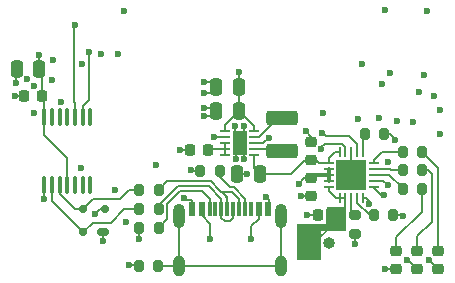
<source format=gbr>
%TF.GenerationSoftware,KiCad,Pcbnew,9.0.0*%
%TF.CreationDate,2025-06-13T20:30:42+03:00*%
%TF.ProjectId,BLE_sensors,424c455f-7365-46e7-936f-72732e6b6963,rev?*%
%TF.SameCoordinates,Original*%
%TF.FileFunction,Copper,L4,Bot*%
%TF.FilePolarity,Positive*%
%FSLAX46Y46*%
G04 Gerber Fmt 4.6, Leading zero omitted, Abs format (unit mm)*
G04 Created by KiCad (PCBNEW 9.0.0) date 2025-06-13 20:30:42*
%MOMM*%
%LPD*%
G01*
G04 APERTURE LIST*
G04 Aperture macros list*
%AMRoundRect*
0 Rectangle with rounded corners*
0 $1 Rounding radius*
0 $2 $3 $4 $5 $6 $7 $8 $9 X,Y pos of 4 corners*
0 Add a 4 corners polygon primitive as box body*
4,1,4,$2,$3,$4,$5,$6,$7,$8,$9,$2,$3,0*
0 Add four circle primitives for the rounded corners*
1,1,$1+$1,$2,$3*
1,1,$1+$1,$4,$5*
1,1,$1+$1,$6,$7*
1,1,$1+$1,$8,$9*
0 Add four rect primitives between the rounded corners*
20,1,$1+$1,$2,$3,$4,$5,0*
20,1,$1+$1,$4,$5,$6,$7,0*
20,1,$1+$1,$6,$7,$8,$9,0*
20,1,$1+$1,$8,$9,$2,$3,0*%
G04 Aperture macros list end*
%TA.AperFunction,ComponentPad*%
%ADD10R,1.000000X1.000000*%
%TD*%
%TA.AperFunction,ComponentPad*%
%ADD11O,1.000000X1.000000*%
%TD*%
%TA.AperFunction,SMDPad,CuDef*%
%ADD12RoundRect,0.218750X-0.256250X0.218750X-0.256250X-0.218750X0.256250X-0.218750X0.256250X0.218750X0*%
%TD*%
%TA.AperFunction,SMDPad,CuDef*%
%ADD13RoundRect,0.200000X0.200000X0.275000X-0.200000X0.275000X-0.200000X-0.275000X0.200000X-0.275000X0*%
%TD*%
%TA.AperFunction,SMDPad,CuDef*%
%ADD14RoundRect,0.225000X0.225000X0.250000X-0.225000X0.250000X-0.225000X-0.250000X0.225000X-0.250000X0*%
%TD*%
%TA.AperFunction,SMDPad,CuDef*%
%ADD15RoundRect,0.200000X-0.200000X-0.275000X0.200000X-0.275000X0.200000X0.275000X-0.200000X0.275000X0*%
%TD*%
%TA.AperFunction,SMDPad,CuDef*%
%ADD16RoundRect,0.250000X1.075000X-0.375000X1.075000X0.375000X-1.075000X0.375000X-1.075000X-0.375000X0*%
%TD*%
%TA.AperFunction,SMDPad,CuDef*%
%ADD17R,0.600000X1.240000*%
%TD*%
%TA.AperFunction,SMDPad,CuDef*%
%ADD18R,0.300000X1.240000*%
%TD*%
%TA.AperFunction,HeatsinkPad*%
%ADD19O,1.000000X1.800000*%
%TD*%
%TA.AperFunction,HeatsinkPad*%
%ADD20O,1.000000X2.100000*%
%TD*%
%TA.AperFunction,SMDPad,CuDef*%
%ADD21RoundRect,0.225000X-0.250000X0.225000X-0.250000X-0.225000X0.250000X-0.225000X0.250000X0.225000X0*%
%TD*%
%TA.AperFunction,SMDPad,CuDef*%
%ADD22RoundRect,0.100000X-0.100000X0.637500X-0.100000X-0.637500X0.100000X-0.637500X0.100000X0.637500X0*%
%TD*%
%TA.AperFunction,SMDPad,CuDef*%
%ADD23RoundRect,0.200000X-0.275000X0.200000X-0.275000X-0.200000X0.275000X-0.200000X0.275000X0.200000X0*%
%TD*%
%TA.AperFunction,SMDPad,CuDef*%
%ADD24RoundRect,0.062500X-0.062500X0.350000X-0.062500X-0.350000X0.062500X-0.350000X0.062500X0.350000X0*%
%TD*%
%TA.AperFunction,SMDPad,CuDef*%
%ADD25RoundRect,0.062500X-0.350000X0.062500X-0.350000X-0.062500X0.350000X-0.062500X0.350000X0.062500X0*%
%TD*%
%TA.AperFunction,HeatsinkPad*%
%ADD26R,2.500000X2.500000*%
%TD*%
%TA.AperFunction,SMDPad,CuDef*%
%ADD27RoundRect,0.250000X0.250000X0.475000X-0.250000X0.475000X-0.250000X-0.475000X0.250000X-0.475000X0*%
%TD*%
%TA.AperFunction,SMDPad,CuDef*%
%ADD28RoundRect,0.225000X0.250000X-0.225000X0.250000X0.225000X-0.250000X0.225000X-0.250000X-0.225000X0*%
%TD*%
%TA.AperFunction,SMDPad,CuDef*%
%ADD29RoundRect,0.175000X0.325000X-0.175000X0.325000X0.175000X-0.325000X0.175000X-0.325000X-0.175000X0*%
%TD*%
%TA.AperFunction,SMDPad,CuDef*%
%ADD30RoundRect,0.150000X0.150000X-0.200000X0.150000X0.200000X-0.150000X0.200000X-0.150000X-0.200000X0*%
%TD*%
%TA.AperFunction,SMDPad,CuDef*%
%ADD31RoundRect,0.062500X0.350000X0.062500X-0.350000X0.062500X-0.350000X-0.062500X0.350000X-0.062500X0*%
%TD*%
%TA.AperFunction,HeatsinkPad*%
%ADD32R,1.200000X2.000000*%
%TD*%
%TA.AperFunction,ViaPad*%
%ADD33C,0.600000*%
%TD*%
%TA.AperFunction,Conductor*%
%ADD34C,0.200000*%
%TD*%
%TA.AperFunction,Conductor*%
%ADD35C,0.300000*%
%TD*%
G04 APERTURE END LIST*
D10*
%TO.P,J2,1,Pin_1*%
%TO.N,+V_bat*%
X147580000Y-89050000D03*
D11*
%TO.P,J2,2,Pin_2*%
%TO.N,GND*%
X148850000Y-89050000D03*
%TD*%
D12*
%TO.P,D2,1,K*%
%TO.N,Net-(D2-K)*%
X156270000Y-89665000D03*
%TO.P,D2,2,A*%
%TO.N,+5V*%
X156270000Y-91240000D03*
%TD*%
D13*
%TO.P,R9,1*%
%TO.N,Net-(J3-D--PadA7)*%
X134395000Y-84520000D03*
%TO.P,R9,2*%
%TO.N,/usb-c/Protected_D-*%
X132745000Y-84520000D03*
%TD*%
D12*
%TO.P,D1,1,K*%
%TO.N,Net-(D1-K)*%
X154470000Y-89665000D03*
%TO.P,D1,2,A*%
%TO.N,+5V*%
X154470000Y-91240000D03*
%TD*%
D14*
%TO.P,C11,1*%
%TO.N,Net-(U3-EN)*%
X138590000Y-81160000D03*
%TO.P,C11,2*%
%TO.N,GND*%
X137040000Y-81160000D03*
%TD*%
D15*
%TO.P,R13,1*%
%TO.N,GND*%
X132715000Y-90960000D03*
%TO.P,R13,2*%
%TO.N,Net-(J3-SHIELD)*%
X134365000Y-90960000D03*
%TD*%
%TO.P,R11,1*%
%TO.N,GND*%
X132745000Y-87720000D03*
%TO.P,R11,2*%
%TO.N,Net-(J3-CC2)*%
X134395000Y-87720000D03*
%TD*%
D16*
%TO.P,L1,1*%
%TO.N,Net-(U3-L1)*%
X144870000Y-81230000D03*
%TO.P,L1,2*%
%TO.N,Net-(U3-L2)*%
X144870000Y-78430000D03*
%TD*%
D14*
%TO.P,C7,1*%
%TO.N,+V_bat*%
X149415000Y-86680000D03*
%TO.P,C7,2*%
%TO.N,GND*%
X147865000Y-86680000D03*
%TD*%
D15*
%TO.P,R6,1*%
%TO.N,Net-(U5-STAT2)*%
X155065000Y-82890000D03*
%TO.P,R6,2*%
%TO.N,Net-(D2-K)*%
X156715000Y-82890000D03*
%TD*%
%TO.P,R5,1*%
%TO.N,Net-(U5-STAT1{slash}~{LBO})*%
X155055000Y-84440000D03*
%TO.P,R5,2*%
%TO.N,Net-(D1-K)*%
X156705000Y-84440000D03*
%TD*%
D17*
%TO.P,J3,A1,GND*%
%TO.N,GND*%
X143662000Y-86145000D03*
%TO.P,J3,A4,VBUS*%
%TO.N,+5V*%
X142862000Y-86145000D03*
D18*
%TO.P,J3,A5,CC1*%
%TO.N,Net-(J3-CC1)*%
X141712000Y-86145000D03*
%TO.P,J3,A6,D+*%
%TO.N,Net-(J3-D+-PadA6)*%
X140712000Y-86145000D03*
%TO.P,J3,A7,D-*%
%TO.N,Net-(J3-D--PadA7)*%
X140212000Y-86145000D03*
%TO.P,J3,A8,SBU1*%
%TO.N,unconnected-(J3-SBU1-PadA8)*%
X139212000Y-86145000D03*
D17*
%TO.P,J3,A9,VBUS*%
%TO.N,+5V*%
X138062000Y-86145000D03*
%TO.P,J3,A12,GND*%
%TO.N,GND*%
X137262000Y-86145000D03*
%TO.P,J3,B1,GND*%
X137262000Y-86145000D03*
%TO.P,J3,B4,VBUS*%
%TO.N,+5V*%
X138062000Y-86145000D03*
D18*
%TO.P,J3,B5,CC2*%
%TO.N,Net-(J3-CC2)*%
X138712000Y-86145000D03*
%TO.P,J3,B6,D+*%
%TO.N,Net-(J3-D+-PadA6)*%
X139712000Y-86145000D03*
%TO.P,J3,B7,D-*%
%TO.N,Net-(J3-D--PadA7)*%
X141212000Y-86145000D03*
%TO.P,J3,B8,SBU2*%
%TO.N,unconnected-(J3-SBU2-PadB8)*%
X142212000Y-86145000D03*
D17*
%TO.P,J3,B9,VBUS*%
%TO.N,+5V*%
X142862000Y-86145000D03*
%TO.P,J3,B12,GND*%
%TO.N,GND*%
X143662000Y-86145000D03*
D19*
%TO.P,J3,S1,SHIELD*%
%TO.N,Net-(J3-SHIELD)*%
X144782000Y-90945000D03*
D20*
X144782000Y-86745000D03*
D19*
X136142000Y-90945000D03*
D20*
X136142000Y-86745000D03*
%TD*%
D13*
%TO.P,R8,1*%
%TO.N,Net-(J3-D+-PadA6)*%
X134395000Y-86170000D03*
%TO.P,R8,2*%
%TO.N,/usb-c/Protected_D+*%
X132745000Y-86170000D03*
%TD*%
D21*
%TO.P,C9,1*%
%TO.N,+5V*%
X147295000Y-83525000D03*
%TO.P,C9,2*%
%TO.N,GND*%
X147295000Y-85075000D03*
%TD*%
D12*
%TO.P,D3,1,K*%
%TO.N,Net-(D3-K)*%
X158080000Y-89685000D03*
%TO.P,D3,2,A*%
%TO.N,+5V*%
X158080000Y-91260000D03*
%TD*%
D22*
%TO.P,U7,1,VDD*%
%TO.N,+3V3*%
X124730000Y-78387500D03*
%TO.P,U7,2,GP0*%
%TO.N,unconnected-(U7-GP0-Pad2)*%
X125380000Y-78387500D03*
%TO.P,U7,3,GP1*%
%TO.N,unconnected-(U7-GP1-Pad3)*%
X126030000Y-78387500D03*
%TO.P,U7,4,~{RST}*%
%TO.N,unconnected-(U7-~{RST}-Pad4)*%
X126680000Y-78387500D03*
%TO.P,U7,5,URx*%
%TO.N,Net-(U7-URx)*%
X127330000Y-78387500D03*
%TO.P,U7,6,UTx*%
%TO.N,Net-(U7-UTx)*%
X127980000Y-78387500D03*
%TO.P,U7,7,GP2*%
%TO.N,unconnected-(U7-GP2-Pad7)*%
X128630000Y-78387500D03*
%TO.P,U7,8,GP3*%
%TO.N,unconnected-(U7-GP3-Pad8)*%
X128630000Y-84112500D03*
%TO.P,U7,9,SDA*%
%TO.N,unconnected-(U7-SDA-Pad9)*%
X127980000Y-84112500D03*
%TO.P,U7,10,SCL*%
%TO.N,unconnected-(U7-SCL-Pad10)*%
X127330000Y-84112500D03*
%TO.P,U7,11,VUSB*%
%TO.N,+3V3*%
X126680000Y-84112500D03*
%TO.P,U7,12,D-*%
%TO.N,/usb-c/Protected_D-*%
X126030000Y-84112500D03*
%TO.P,U7,13,D+*%
%TO.N,/usb-c/Protected_D+*%
X125380000Y-84112500D03*
%TO.P,U7,14,VSS*%
%TO.N,GND*%
X124730000Y-84112500D03*
%TD*%
D15*
%TO.P,TH1,1*%
%TO.N,Net-(U5-THERM)*%
X151840000Y-79820000D03*
%TO.P,TH1,2*%
%TO.N,GND*%
X153490000Y-79820000D03*
%TD*%
D23*
%TO.P,R3,1*%
%TO.N,Net-(U5-PROG1)*%
X150990000Y-86645000D03*
%TO.P,R3,2*%
%TO.N,GND*%
X150990000Y-88295000D03*
%TD*%
D24*
%TO.P,U5,1,OUT*%
%TO.N,/PWR_SUPPLY/Buck-Boost/Vin*%
X149725000Y-81320000D03*
%TO.P,U5,2,VPCC*%
%TO.N,+5V*%
X150225000Y-81320000D03*
%TO.P,U5,3,SEL*%
%TO.N,GND*%
X150725000Y-81320000D03*
%TO.P,U5,4,PROG2*%
%TO.N,+5V*%
X151225000Y-81320000D03*
%TO.P,U5,5,THERM*%
%TO.N,Net-(U5-THERM)*%
X151725000Y-81320000D03*
D25*
%TO.P,U5,6,~{PG}*%
%TO.N,Net-(U5-~{PG})*%
X152662500Y-82257500D03*
%TO.P,U5,7,STAT2*%
%TO.N,Net-(U5-STAT2)*%
X152662500Y-82757500D03*
%TO.P,U5,8,STAT1/~{LBO}*%
%TO.N,Net-(U5-STAT1{slash}~{LBO})*%
X152662500Y-83257500D03*
%TO.P,U5,9,~{TE}*%
%TO.N,+5V*%
X152662500Y-83757500D03*
%TO.P,U5,10,V_{SS}*%
%TO.N,GND*%
X152662500Y-84257500D03*
D24*
%TO.P,U5,11,V_{SS}*%
X151725000Y-85195000D03*
%TO.P,U5,12,PROG3*%
%TO.N,Net-(U5-PROG3)*%
X151225000Y-85195000D03*
%TO.P,U5,13,PROG1*%
%TO.N,Net-(U5-PROG1)*%
X150725000Y-85195000D03*
%TO.P,U5,14,V_{BAT}*%
%TO.N,+V_bat*%
X150225000Y-85195000D03*
%TO.P,U5,15,V_{BAT}*%
X149725000Y-85195000D03*
D25*
%TO.P,U5,16,V_{BAT_SENSE}*%
X148787500Y-84257500D03*
%TO.P,U5,17,CE*%
%TO.N,+5V*%
X148787500Y-83757500D03*
%TO.P,U5,18,IN*%
X148787500Y-83257500D03*
%TO.P,U5,19,IN*%
X148787500Y-82757500D03*
%TO.P,U5,20,OUT*%
%TO.N,/PWR_SUPPLY/Buck-Boost/Vin*%
X148787500Y-82257500D03*
D26*
%TO.P,U5,21,V_{SS}*%
%TO.N,GND*%
X150725000Y-83257500D03*
%TD*%
D27*
%TO.P,C17,1*%
%TO.N,+3V3*%
X124290000Y-74330000D03*
%TO.P,C17,2*%
%TO.N,GND*%
X122390000Y-74330000D03*
%TD*%
%TO.P,C12,1*%
%TO.N,+3V3*%
X141190000Y-77860000D03*
%TO.P,C12,2*%
%TO.N,GND*%
X139290000Y-77860000D03*
%TD*%
D15*
%TO.P,R7,1*%
%TO.N,Net-(U5-~{PG})*%
X155065000Y-81290000D03*
%TO.P,R7,2*%
%TO.N,Net-(D3-K)*%
X156715000Y-81290000D03*
%TD*%
D27*
%TO.P,C13,1*%
%TO.N,+3V3*%
X141180000Y-75800000D03*
%TO.P,C13,2*%
%TO.N,GND*%
X139280000Y-75800000D03*
%TD*%
D14*
%TO.P,C16,1*%
%TO.N,+3V3*%
X124555000Y-76580000D03*
%TO.P,C16,2*%
%TO.N,GND*%
X123005000Y-76580000D03*
%TD*%
D28*
%TO.P,C8,1*%
%TO.N,/PWR_SUPPLY/Buck-Boost/Vin*%
X147300000Y-81995000D03*
%TO.P,C8,2*%
%TO.N,GND*%
X147300000Y-80445000D03*
%TD*%
D29*
%TO.P,D4,1,GND*%
%TO.N,GND*%
X129700000Y-88130000D03*
D30*
%TO.P,D4,2,I/O1*%
%TO.N,/usb-c/Protected_D+*%
X128000000Y-88130000D03*
%TO.P,D4,3,I/O2*%
%TO.N,/usb-c/Protected_D-*%
X128000000Y-86130000D03*
%TO.P,D4,4,VCC*%
%TO.N,+3V3*%
X129900000Y-86130000D03*
%TD*%
D31*
%TO.P,U3,1,VOUT*%
%TO.N,+3V3*%
X142470000Y-79580000D03*
%TO.P,U3,2,L2*%
%TO.N,Net-(U3-L2)*%
X142470000Y-80080000D03*
%TO.P,U3,3,PGND*%
%TO.N,GND*%
X142470000Y-80580000D03*
%TO.P,U3,4,L1*%
%TO.N,Net-(U3-L1)*%
X142470000Y-81080000D03*
%TO.P,U3,5,VIN*%
%TO.N,/PWR_SUPPLY/Buck-Boost/Vin*%
X142470000Y-81580000D03*
%TO.P,U3,6,EN*%
%TO.N,Net-(U3-EN)*%
X140045000Y-81580000D03*
%TO.P,U3,7,PS/SYNC*%
X140045000Y-81080000D03*
%TO.P,U3,8,VINA*%
X140045000Y-80580000D03*
%TO.P,U3,9,GND*%
%TO.N,GND*%
X140045000Y-80080000D03*
%TO.P,U3,10,FB*%
%TO.N,+3V3*%
X140045000Y-79580000D03*
D32*
%TO.P,U3,11,PGND*%
%TO.N,GND*%
X141257500Y-80580000D03*
%TD*%
D15*
%TO.P,R4,1*%
%TO.N,Net-(U5-PROG3)*%
X152625000Y-86660000D03*
%TO.P,R4,2*%
%TO.N,GND*%
X154275000Y-86660000D03*
%TD*%
D27*
%TO.P,C10,1*%
%TO.N,/PWR_SUPPLY/Buck-Boost/Vin*%
X142970000Y-83160000D03*
%TO.P,C10,2*%
%TO.N,GND*%
X141070000Y-83160000D03*
%TD*%
D15*
%TO.P,R12,1*%
%TO.N,GND*%
X137915000Y-82930000D03*
%TO.P,R12,2*%
%TO.N,Net-(J3-CC1)*%
X139565000Y-82930000D03*
%TD*%
D33*
%TO.N,GND*%
X155070000Y-86720000D03*
X155930000Y-78770000D03*
X125390000Y-75240000D03*
X153070000Y-78430000D03*
X131680000Y-87270000D03*
X123860000Y-78010000D03*
X138260000Y-76320000D03*
X153800000Y-82157500D03*
X143460000Y-85110000D03*
X124660000Y-85340000D03*
X138260000Y-75360000D03*
X131450000Y-69350000D03*
X141920000Y-83200000D03*
X127860000Y-82650000D03*
X152247282Y-85706641D03*
X123240000Y-75140000D03*
X151310000Y-78530000D03*
X143720170Y-80107527D03*
X146420000Y-85060000D03*
X154000000Y-74600000D03*
X139060000Y-80060000D03*
X126100000Y-77100000D03*
X127890000Y-73910000D03*
X153460000Y-84930000D03*
X137130000Y-82880000D03*
X146840000Y-79580000D03*
X138230000Y-78270000D03*
X134190000Y-82430000D03*
X151480000Y-82440000D03*
X141610000Y-81940000D03*
X146960000Y-86700000D03*
X122350000Y-75470000D03*
X141600000Y-79140000D03*
X131920000Y-90900000D03*
X132745000Y-88655000D03*
X136210000Y-81180000D03*
X140900000Y-79160000D03*
X151470000Y-83990000D03*
X158200000Y-79780000D03*
X138220000Y-77560000D03*
X153550000Y-69330000D03*
X154560000Y-78660000D03*
X151470000Y-83210000D03*
X136530000Y-85260000D03*
X150990000Y-89120000D03*
X156450000Y-76230000D03*
X140970000Y-81920000D03*
X154400000Y-80320000D03*
X122220000Y-76580000D03*
X129700000Y-88900000D03*
%TO.N,/nRESET*%
X156900000Y-74800000D03*
X148310000Y-78000000D03*
%TO.N,+5V*%
X155470000Y-90500000D03*
X142250000Y-88650000D03*
X148160000Y-81080000D03*
X157260000Y-90460000D03*
X153600000Y-91200000D03*
X138750000Y-88650000D03*
X146250000Y-84000000D03*
X153840000Y-84140000D03*
X148250000Y-79680000D03*
%TO.N,+3V3*%
X151600000Y-73900000D03*
X130740000Y-84580000D03*
X157700000Y-76600000D03*
X125500000Y-73500000D03*
X153320000Y-75550000D03*
X157120000Y-69360000D03*
X123830000Y-75750000D03*
X129000000Y-86600000D03*
X158250000Y-77780000D03*
X141180000Y-74550000D03*
X130989758Y-73045000D03*
X129487588Y-73036296D03*
X124290000Y-73150000D03*
%TO.N,Net-(U7-URx)*%
X127330000Y-70550000D03*
%TO.N,Net-(U7-UTx)*%
X128490000Y-72820000D03*
%TD*%
D34*
%TO.N,GND*%
X139060000Y-80060000D02*
X140025000Y-80060000D01*
X138260000Y-75360000D02*
X138840000Y-75360000D01*
X146435000Y-85075000D02*
X146420000Y-85060000D01*
X136620000Y-85350000D02*
X137190000Y-85350000D01*
X129700000Y-88900000D02*
X129700000Y-88130000D01*
X138220000Y-77560000D02*
X138990000Y-77560000D01*
X150725000Y-83257500D02*
X150767500Y-83257500D01*
X141880000Y-83160000D02*
X141920000Y-83200000D01*
X143247697Y-80580000D02*
X142470000Y-80580000D01*
X143720170Y-80107527D02*
X143247697Y-80580000D01*
X138880000Y-78270000D02*
X139290000Y-77860000D01*
X153460000Y-84930000D02*
X153190000Y-84930000D01*
X152247282Y-85706641D02*
X152247282Y-85482282D01*
X153190000Y-84930000D02*
X152662500Y-84402500D01*
X154275000Y-86660000D02*
X155010000Y-86660000D01*
X141600000Y-79140000D02*
X141600000Y-80237500D01*
X143730000Y-86077000D02*
X143662000Y-86145000D01*
X150725000Y-81320000D02*
X150725000Y-83257500D01*
X138230000Y-78270000D02*
X138880000Y-78270000D01*
X124660000Y-85340000D02*
X124660000Y-84182500D01*
X147865000Y-86680000D02*
X146980000Y-86680000D01*
X152247282Y-85482282D02*
X151960000Y-85195000D01*
X138760000Y-76320000D02*
X139280000Y-75800000D01*
X147300000Y-80040000D02*
X147300000Y-80445000D01*
X143730000Y-85380000D02*
X143730000Y-86077000D01*
X147295000Y-85075000D02*
X146435000Y-85075000D01*
X140025000Y-80060000D02*
X140045000Y-80080000D01*
X154400000Y-80320000D02*
X154400000Y-80230000D01*
X137262000Y-85422000D02*
X137262000Y-86145000D01*
X141600000Y-80237500D02*
X141257500Y-80580000D01*
X132745000Y-88655000D02*
X132745000Y-87720000D01*
X137180000Y-82930000D02*
X137130000Y-82880000D01*
X137020000Y-81180000D02*
X137040000Y-81160000D01*
X143460000Y-85110000D02*
X143730000Y-85380000D01*
X154400000Y-80230000D02*
X153990000Y-79820000D01*
X124660000Y-84182500D02*
X124730000Y-84112500D01*
X140970000Y-80867500D02*
X141257500Y-80580000D01*
X153990000Y-79820000D02*
X153490000Y-79820000D01*
X146980000Y-86680000D02*
X146960000Y-86700000D01*
X132655000Y-90900000D02*
X132715000Y-90960000D01*
X141610000Y-81940000D02*
X141610000Y-80932500D01*
X122350000Y-75470000D02*
X122350000Y-74370000D01*
X138840000Y-75360000D02*
X139280000Y-75800000D01*
X138990000Y-77560000D02*
X139290000Y-77860000D01*
X152662500Y-84402500D02*
X152662500Y-84257500D01*
X146840000Y-79580000D02*
X147300000Y-80040000D01*
X141070000Y-83160000D02*
X141880000Y-83160000D01*
X131920000Y-90900000D02*
X132655000Y-90900000D01*
X141610000Y-80932500D02*
X141257500Y-80580000D01*
X151960000Y-85195000D02*
X151725000Y-85195000D01*
X122220000Y-76580000D02*
X123005000Y-76580000D01*
X138260000Y-76320000D02*
X138760000Y-76320000D01*
X137190000Y-85350000D02*
X137262000Y-85422000D01*
X136530000Y-85260000D02*
X136620000Y-85350000D01*
X137915000Y-82930000D02*
X137180000Y-82930000D01*
X140970000Y-81920000D02*
X140970000Y-80867500D01*
X150990000Y-88295000D02*
X150990000Y-89120000D01*
X140900000Y-79160000D02*
X140900000Y-80222500D01*
X140900000Y-80222500D02*
X141257500Y-80580000D01*
X155010000Y-86660000D02*
X155070000Y-86720000D01*
X136210000Y-81180000D02*
X137020000Y-81180000D01*
%TO.N,/usb-c/Protected_D-*%
X128850000Y-85280000D02*
X128000000Y-86130000D01*
X131930000Y-84520000D02*
X131170000Y-85280000D01*
X126030000Y-84849999D02*
X127310001Y-86130000D01*
X131170000Y-85280000D02*
X128850000Y-85280000D01*
X127310001Y-86130000D02*
X128000000Y-86130000D01*
X126030000Y-84112500D02*
X126030000Y-84849999D01*
X132745000Y-84520000D02*
X131930000Y-84520000D01*
%TO.N,/usb-c/Protected_D+*%
X128830000Y-87300000D02*
X128000000Y-88130000D01*
X125380000Y-84112500D02*
X125380000Y-85510000D01*
X130330000Y-87300000D02*
X128830000Y-87300000D01*
X132745000Y-86170000D02*
X131460000Y-86170000D01*
X131460000Y-86170000D02*
X130330000Y-87300000D01*
X125380000Y-84112500D02*
X125305000Y-84187500D01*
X125380000Y-85510000D02*
X128000000Y-88130000D01*
%TO.N,+V_bat*%
X149415000Y-86680000D02*
X149490000Y-86680000D01*
X147580000Y-89050000D02*
X149415000Y-87215000D01*
X150225000Y-85195000D02*
X149725000Y-85195000D01*
X150225000Y-85945000D02*
X150225000Y-85195000D01*
X148787500Y-84597500D02*
X149385000Y-85195000D01*
X149725000Y-85195000D02*
X149385000Y-85195000D01*
X149490000Y-86680000D02*
X150225000Y-85945000D01*
X149415000Y-87215000D02*
X149415000Y-86680000D01*
X148787500Y-84257500D02*
X148787500Y-84597500D01*
%TO.N,/PWR_SUPPLY/Buck-Boost/Vin*%
X147982500Y-82257500D02*
X148787500Y-82257500D01*
X149320000Y-81320000D02*
X149725000Y-81320000D01*
X147300000Y-81995000D02*
X146815000Y-81995000D01*
X142470000Y-82660000D02*
X142970000Y-83160000D01*
X146815000Y-81995000D02*
X145650000Y-83160000D01*
X147695000Y-81995000D02*
X147970000Y-82270000D01*
X147300000Y-81995000D02*
X147695000Y-81995000D01*
X145650000Y-83160000D02*
X142970000Y-83160000D01*
X147970000Y-82270000D02*
X147982500Y-82257500D01*
X148787500Y-81852500D02*
X149320000Y-81320000D01*
X148787500Y-82257500D02*
X148787500Y-81852500D01*
X142470000Y-81580000D02*
X142470000Y-82660000D01*
D35*
%TO.N,+5V*%
X148787500Y-83757500D02*
X148787500Y-83257500D01*
D34*
X150210000Y-81305000D02*
X150225000Y-81320000D01*
X155530000Y-90500000D02*
X156270000Y-91240000D01*
X155470000Y-90500000D02*
X155530000Y-90500000D01*
X151225000Y-80685000D02*
X151225000Y-81320000D01*
X138062000Y-86692000D02*
X138062000Y-86145000D01*
X148250000Y-79680000D02*
X148580000Y-80010000D01*
X142250000Y-87577000D02*
X142862000Y-86965000D01*
X142862000Y-86748000D02*
X142862000Y-86145000D01*
X138750000Y-87380000D02*
X138062000Y-86692000D01*
X153600000Y-91200000D02*
X154430000Y-91200000D01*
X148580000Y-80010000D02*
X150550000Y-80010000D01*
X146725000Y-83525000D02*
X147295000Y-83525000D01*
X142250000Y-88650000D02*
X142250000Y-87577000D01*
D35*
X148787500Y-82757500D02*
X148787500Y-83257500D01*
D34*
X153840000Y-84140000D02*
X153440000Y-83740000D01*
X149939798Y-80606500D02*
X150225000Y-80891702D01*
X157260000Y-90460000D02*
X157280000Y-90460000D01*
X150550000Y-80010000D02*
X151225000Y-80685000D01*
X152680000Y-83740000D02*
X152662500Y-83757500D01*
X148160000Y-80910000D02*
X148463500Y-80606500D01*
D35*
X148787500Y-83257500D02*
X147562500Y-83257500D01*
D34*
X138750000Y-88650000D02*
X138750000Y-87380000D01*
X157280000Y-90460000D02*
X158080000Y-91260000D01*
X150225000Y-80891702D02*
X150225000Y-81320000D01*
X148463500Y-80606500D02*
X149939798Y-80606500D01*
X148160000Y-81080000D02*
X148160000Y-80910000D01*
X146250000Y-84000000D02*
X146725000Y-83525000D01*
X154430000Y-91200000D02*
X154470000Y-91240000D01*
X142862000Y-86965000D02*
X142862000Y-86145000D01*
X153440000Y-83740000D02*
X152680000Y-83740000D01*
%TO.N,+3V3*%
X124290000Y-73150000D02*
X124290000Y-74330000D01*
X141180000Y-75800000D02*
X141180000Y-77850000D01*
X124535000Y-76557500D02*
X124730000Y-76752500D01*
X124730000Y-76752500D02*
X124730000Y-78387500D01*
X141180000Y-77850000D02*
X141190000Y-77860000D01*
X141570000Y-75410000D02*
X141180000Y-75800000D01*
X124580000Y-74820000D02*
X124535000Y-74865000D01*
X124555000Y-74595000D02*
X124290000Y-74330000D01*
X142470000Y-79140000D02*
X142470000Y-79580000D01*
X141180000Y-74550000D02*
X141180000Y-75800000D01*
X124730000Y-79860000D02*
X126680000Y-81810000D01*
X124555000Y-76580000D02*
X124555000Y-74595000D01*
X141190000Y-77860000D02*
X142470000Y-79140000D01*
X129000000Y-86600000D02*
X129470000Y-86130000D01*
X140045000Y-79005000D02*
X140045000Y-79580000D01*
X141190000Y-77860000D02*
X140045000Y-79005000D01*
X129470000Y-86130000D02*
X129900000Y-86130000D01*
X126680000Y-81810000D02*
X126680000Y-84112500D01*
X124730000Y-78387500D02*
X124730000Y-79860000D01*
%TO.N,Net-(U3-L1)*%
X144640000Y-81000000D02*
X144870000Y-81230000D01*
X142470000Y-81080000D02*
X144542500Y-81080000D01*
X144622500Y-81000000D02*
X144640000Y-81000000D01*
X144542500Y-81080000D02*
X144622500Y-81000000D01*
%TO.N,Net-(U3-EN)*%
X140045000Y-81080000D02*
X138670000Y-81080000D01*
X140045000Y-81580000D02*
X140045000Y-81080000D01*
X140045000Y-81080000D02*
X140045000Y-80580000D01*
X138670000Y-81080000D02*
X138590000Y-81160000D01*
%TO.N,Net-(U3-L2)*%
X144548298Y-78430000D02*
X144870000Y-78430000D01*
X142898298Y-80080000D02*
X144548298Y-78430000D01*
X142470000Y-80080000D02*
X142898298Y-80080000D01*
%TO.N,Net-(U5-~{PG})*%
X153340000Y-81290000D02*
X152662500Y-81967500D01*
X152662500Y-81967500D02*
X152662500Y-82257500D01*
X155065000Y-81290000D02*
X153340000Y-81290000D01*
%TO.N,Net-(U5-PROG1)*%
X150725000Y-86380000D02*
X150725000Y-85195000D01*
X150990000Y-86645000D02*
X150725000Y-86380000D01*
%TO.N,Net-(U5-STAT2)*%
X153960000Y-82757500D02*
X152662500Y-82757500D01*
X155065000Y-82890000D02*
X154092500Y-82890000D01*
X154092500Y-82890000D02*
X153960000Y-82757500D01*
%TO.N,Net-(U5-PROG3)*%
X151225000Y-85195000D02*
X151225000Y-85623298D01*
X152261702Y-86660000D02*
X152625000Y-86660000D01*
X151225000Y-85623298D02*
X152261702Y-86660000D01*
%TO.N,Net-(U5-STAT1{slash}~{LBO})*%
X153897500Y-83257500D02*
X152662500Y-83257500D01*
X155055000Y-84415000D02*
X153897500Y-83257500D01*
X155055000Y-84440000D02*
X155055000Y-84415000D01*
%TO.N,Net-(U5-THERM)*%
X151725000Y-79935000D02*
X151840000Y-79820000D01*
X151725000Y-81320000D02*
X151725000Y-79935000D01*
%TO.N,Net-(U7-URx)*%
X127330000Y-77140000D02*
X127240000Y-77050000D01*
X127240000Y-70640000D02*
X127330000Y-70550000D01*
X127240000Y-77050000D02*
X127240000Y-70640000D01*
X127330000Y-78387500D02*
X127330000Y-77140000D01*
%TO.N,Net-(U7-UTx)*%
X127980000Y-77430000D02*
X127980000Y-78387500D01*
X128490000Y-72820000D02*
X128490000Y-76920000D01*
X128490000Y-76920000D02*
X127980000Y-77430000D01*
%TO.N,Net-(D1-K)*%
X154470000Y-88560000D02*
X156665000Y-86365000D01*
X154470000Y-89665000D02*
X154470000Y-88560000D01*
X156665000Y-86365000D02*
X156665000Y-84480000D01*
X156665000Y-84480000D02*
X156705000Y-84440000D01*
%TO.N,Net-(D2-K)*%
X157520000Y-83225000D02*
X157175000Y-82880000D01*
X156725000Y-82880000D02*
X156715000Y-82890000D01*
X157520000Y-87220000D02*
X157520000Y-83225000D01*
X157175000Y-82880000D02*
X156725000Y-82880000D01*
X156270000Y-89665000D02*
X156270000Y-88470000D01*
X156270000Y-88470000D02*
X157520000Y-87220000D01*
%TO.N,Net-(D3-K)*%
X158080000Y-89685000D02*
X158090000Y-89675000D01*
X158090000Y-82665000D02*
X156715000Y-81290000D01*
X158090000Y-89675000D02*
X158090000Y-82665000D01*
%TO.N,Net-(J3-D--PadA7)*%
X141212000Y-85342000D02*
X141212000Y-86145000D01*
X140212000Y-85434500D02*
X140212000Y-86145000D01*
X138816100Y-83810000D02*
X135105000Y-83810000D01*
X139523050Y-84516950D02*
X138816100Y-83810000D01*
X140590000Y-84720000D02*
X141212000Y-85342000D01*
X140212000Y-85434500D02*
X140212000Y-85205900D01*
X135105000Y-83810000D02*
X134395000Y-84520000D01*
X139928050Y-84921950D02*
X140182600Y-85176500D01*
X139523050Y-84516950D02*
X139726100Y-84720000D01*
X139928050Y-84921950D02*
X139523050Y-84516950D01*
X140212000Y-85205900D02*
X139928050Y-84921950D01*
X139726100Y-84720000D02*
X140590000Y-84720000D01*
%TO.N,Net-(J3-SHIELD)*%
X144782000Y-90945000D02*
X136142000Y-90945000D01*
X136142000Y-86745000D02*
X136142000Y-90945000D01*
X144782000Y-90945000D02*
X144782000Y-86745000D01*
X134365000Y-90960000D02*
X136127000Y-90960000D01*
X136127000Y-90960000D02*
X136142000Y-90945000D01*
%TO.N,Net-(J3-D+-PadA6)*%
X134395000Y-85845000D02*
X134395000Y-86170000D01*
X140010000Y-87200000D02*
X139712000Y-86902000D01*
X140712000Y-86145000D02*
X140712000Y-86949900D01*
X138650000Y-84211000D02*
X136029000Y-84211000D01*
X140461900Y-87200000D02*
X140010000Y-87200000D01*
X139712000Y-86145000D02*
X139712000Y-85273000D01*
X140712000Y-86949900D02*
X140461900Y-87200000D01*
X139712000Y-85273000D02*
X138650000Y-84211000D01*
X139712000Y-86902000D02*
X139712000Y-86145000D01*
X136029000Y-84211000D02*
X134395000Y-85845000D01*
%TO.N,Net-(J3-CC1)*%
X141712000Y-85273000D02*
X140759000Y-84320000D01*
X139570000Y-83470000D02*
X139570000Y-83131000D01*
X139565000Y-83126000D02*
X139565000Y-82930000D01*
X140759000Y-84320000D02*
X140420000Y-84320000D01*
X141712000Y-86145000D02*
X141712000Y-85273000D01*
X140420000Y-84320000D02*
X139570000Y-83470000D01*
X139570000Y-83131000D02*
X139565000Y-83126000D01*
%TO.N,Net-(J3-CC2)*%
X135096000Y-85711100D02*
X135096000Y-86658064D01*
X138712000Y-85273000D02*
X138051000Y-84612000D01*
X138712000Y-86145000D02*
X138712000Y-85273000D01*
X136195100Y-84612000D02*
X135096000Y-85711100D01*
X135096000Y-86658064D02*
X135096000Y-87019000D01*
X138051000Y-84612000D02*
X136195100Y-84612000D01*
X135096000Y-87019000D02*
X134395000Y-87720000D01*
%TD*%
%TA.AperFunction,Conductor*%
%TO.N,+V_bat*%
G36*
X150243039Y-86019685D02*
G01*
X150288794Y-86072489D01*
X150300000Y-86124000D01*
X150300000Y-87926000D01*
X150280315Y-87993039D01*
X150227511Y-88038794D01*
X150176000Y-88050000D01*
X148150000Y-88050000D01*
X148150000Y-88978493D01*
X148149500Y-88981007D01*
X148149500Y-89118993D01*
X148150000Y-89121506D01*
X148150000Y-90376000D01*
X148130315Y-90443039D01*
X148077511Y-90488794D01*
X148026000Y-90500000D01*
X146224000Y-90500000D01*
X146156961Y-90480315D01*
X146111206Y-90427511D01*
X146100000Y-90376000D01*
X146100000Y-87524000D01*
X146119685Y-87456961D01*
X146172489Y-87411206D01*
X146224000Y-87400000D01*
X148600000Y-87400000D01*
X148600000Y-86124000D01*
X148619685Y-86056961D01*
X148672489Y-86011206D01*
X148724000Y-86000000D01*
X150176000Y-86000000D01*
X150243039Y-86019685D01*
G37*
%TD.AperFunction*%
%TD*%
M02*

</source>
